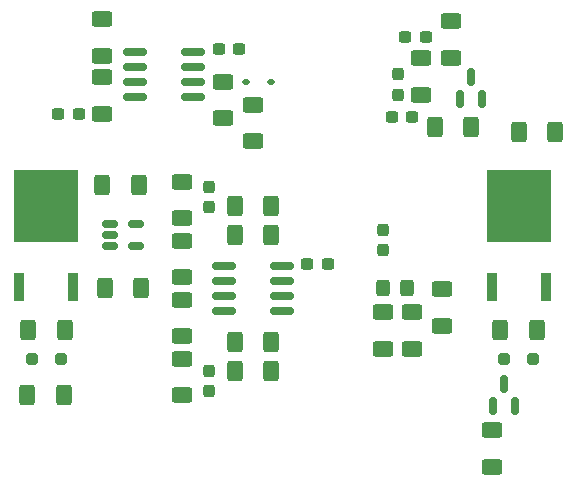
<source format=gbr>
%TF.GenerationSoftware,KiCad,Pcbnew,9.0.6+1*%
%TF.CreationDate,Date%
%TF.ProjectId,Input-Protection,496e7075-742d-4507-926f-74656374696f,+ (Unreleased)*%
%TF.SameCoordinates,Original*%
%TF.FileFunction,Paste,Top*%
%TF.FilePolarity,Positive*%
%FSLAX46Y46*%
G04 Gerber Fmt 4.6, Leading zero omitted, Abs format (unit mm)*
G04 Created by KiCad*
%MOMM*%
%LPD*%
G01*
G04 APERTURE LIST*
G04 Aperture macros list*
%AMRoundRect*
0 Rectangle with rounded corners*
0 $1 Rounding radius*
0 $2 $3 $4 $5 $6 $7 $8 $9 X,Y pos of 4 corners*
0 Add a 4 corners polygon primitive as box body*
4,1,4,$2,$3,$4,$5,$6,$7,$8,$9,$2,$3,0*
0 Add four circle primitives for the rounded corners*
1,1,$1+$1,$2,$3*
1,1,$1+$1,$4,$5*
1,1,$1+$1,$6,$7*
1,1,$1+$1,$8,$9*
0 Add four rect primitives between the rounded corners*
20,1,$1+$1,$2,$3,$4,$5,0*
20,1,$1+$1,$4,$5,$6,$7,0*
20,1,$1+$1,$6,$7,$8,$9,0*
20,1,$1+$1,$8,$9,$2,$3,0*%
G04 Aperture macros list end*
%ADD10RoundRect,0.112500X0.187500X0.112500X-0.187500X0.112500X-0.187500X-0.112500X0.187500X-0.112500X0*%
%ADD11RoundRect,0.250000X0.400000X0.625000X-0.400000X0.625000X-0.400000X-0.625000X0.400000X-0.625000X0*%
%ADD12RoundRect,0.237500X-0.300000X-0.237500X0.300000X-0.237500X0.300000X0.237500X-0.300000X0.237500X0*%
%ADD13R,0.914400X2.413000*%
%ADD14R,5.511800X6.070600*%
%ADD15RoundRect,0.250000X-0.625000X0.400000X-0.625000X-0.400000X0.625000X-0.400000X0.625000X0.400000X0*%
%ADD16RoundRect,0.150000X-0.825000X-0.150000X0.825000X-0.150000X0.825000X0.150000X-0.825000X0.150000X0*%
%ADD17RoundRect,0.250000X0.625000X-0.400000X0.625000X0.400000X-0.625000X0.400000X-0.625000X-0.400000X0*%
%ADD18RoundRect,0.237500X0.237500X-0.300000X0.237500X0.300000X-0.237500X0.300000X-0.237500X-0.300000X0*%
%ADD19RoundRect,0.250000X0.250000X0.250000X-0.250000X0.250000X-0.250000X-0.250000X0.250000X-0.250000X0*%
%ADD20RoundRect,0.250000X-0.400000X-0.625000X0.400000X-0.625000X0.400000X0.625000X-0.400000X0.625000X0*%
%ADD21RoundRect,0.237500X0.300000X0.237500X-0.300000X0.237500X-0.300000X-0.237500X0.300000X-0.237500X0*%
%ADD22RoundRect,0.250000X-0.325000X-0.450000X0.325000X-0.450000X0.325000X0.450000X-0.325000X0.450000X0*%
%ADD23RoundRect,0.150000X0.150000X-0.587500X0.150000X0.587500X-0.150000X0.587500X-0.150000X-0.587500X0*%
%ADD24RoundRect,0.150000X-0.512500X-0.150000X0.512500X-0.150000X0.512500X0.150000X-0.512500X0.150000X0*%
G04 APERTURE END LIST*
D10*
%TO.C,D501*%
X156615645Y-61150000D03*
X154515645Y-61150000D03*
%TD*%
D11*
%TO.C,R503*%
X156615646Y-85650000D03*
X153515644Y-85650000D03*
%TD*%
D12*
%TO.C,C501*%
X159665645Y-76550000D03*
X161390645Y-76550000D03*
%TD*%
D13*
%TO.C,Q602*%
X175279645Y-78508000D03*
D14*
X177565645Y-71650000D03*
D13*
X179851645Y-78508000D03*
%TD*%
D15*
%TO.C,R402*%
X171815646Y-56049998D03*
X171815646Y-59150000D03*
%TD*%
%TO.C,R506*%
X155065645Y-63099999D03*
X155065645Y-66200001D03*
%TD*%
%TO.C,R305*%
X149065645Y-69599999D03*
X149065645Y-72700001D03*
%TD*%
D16*
%TO.C,U501*%
X152590645Y-76745000D03*
X152590645Y-78015000D03*
X152590645Y-79285000D03*
X152590645Y-80555000D03*
X157540645Y-80555000D03*
X157540645Y-79285000D03*
X157540645Y-78015000D03*
X157540645Y-76745000D03*
%TD*%
D17*
%TO.C,R601*%
X166065645Y-83750002D03*
X166065645Y-80650000D03*
%TD*%
D11*
%TO.C,R511*%
X145415647Y-69900000D03*
X142315645Y-69900000D03*
%TD*%
D15*
%TO.C,R508*%
X152565645Y-61150000D03*
X152565645Y-64250002D03*
%TD*%
D18*
%TO.C,C506*%
X166065645Y-75400000D03*
X166065645Y-73674998D03*
%TD*%
D19*
%TO.C,D201*%
X138815644Y-84650000D03*
X136315646Y-84650000D03*
%TD*%
D12*
%TO.C,C502*%
X152165645Y-58400000D03*
X153890647Y-58400000D03*
%TD*%
D20*
%TO.C,R604*%
X177565645Y-65400000D03*
X180665647Y-65400000D03*
%TD*%
D18*
%TO.C,C402*%
X167315646Y-62262501D03*
X167315646Y-60537499D03*
%TD*%
D13*
%TO.C,Q201*%
X135279645Y-78508000D03*
D14*
X137565645Y-71650000D03*
D13*
X139851645Y-78508000D03*
%TD*%
D21*
%TO.C,C504*%
X140315645Y-63900000D03*
X138590643Y-63900000D03*
%TD*%
D20*
%TO.C,R603*%
X176015645Y-82150000D03*
X179115645Y-82150000D03*
%TD*%
D17*
%TO.C,R302*%
X149065645Y-82700001D03*
X149065645Y-79599999D03*
%TD*%
D20*
%TO.C,R505*%
X153515644Y-74150000D03*
X156615646Y-74150000D03*
%TD*%
D17*
%TO.C,R504*%
X142315645Y-58950001D03*
X142315645Y-55849999D03*
%TD*%
D21*
%TO.C,C401*%
X169678147Y-57400000D03*
X167953145Y-57400000D03*
%TD*%
D15*
%TO.C,R304*%
X149065645Y-74599999D03*
X149065645Y-77700001D03*
%TD*%
D11*
%TO.C,R301*%
X145615646Y-78650000D03*
X142515644Y-78650000D03*
%TD*%
D19*
%TO.C,D601*%
X178815644Y-84650000D03*
X176315646Y-84650000D03*
%TD*%
D20*
%TO.C,R202*%
X136015645Y-82150000D03*
X139115645Y-82150000D03*
%TD*%
D11*
%TO.C,R507*%
X156615646Y-71650000D03*
X153515644Y-71650000D03*
%TD*%
D21*
%TO.C,C403*%
X168540649Y-64150000D03*
X166815647Y-64150000D03*
%TD*%
D22*
%TO.C,D502*%
X166040646Y-78650000D03*
X168090644Y-78650000D03*
%TD*%
D20*
%TO.C,R403*%
X170465645Y-64962500D03*
X173565647Y-64962500D03*
%TD*%
D11*
%TO.C,R501*%
X156615646Y-83150000D03*
X153515644Y-83150000D03*
%TD*%
D23*
%TO.C,Q601*%
X175365645Y-88587500D03*
X177265645Y-88587500D03*
X176315645Y-86712499D03*
%TD*%
D15*
%TO.C,R509*%
X168565645Y-80650000D03*
X168565645Y-83750002D03*
%TD*%
D16*
%TO.C,U502*%
X145065645Y-58610000D03*
X145065645Y-59880000D03*
X145065645Y-61150000D03*
X145065645Y-62420000D03*
X150015645Y-62420000D03*
X150015645Y-61150000D03*
X150015645Y-59880000D03*
X150015645Y-58610000D03*
%TD*%
D23*
%TO.C,U401*%
X172565646Y-62650000D03*
X174465646Y-62650000D03*
X173515646Y-60774999D03*
%TD*%
D24*
%TO.C,U503*%
X142928145Y-73200000D03*
X142928145Y-74150000D03*
X142928145Y-75100000D03*
X145203145Y-75100000D03*
X145203145Y-73200000D03*
%TD*%
D18*
%TO.C,C503*%
X151315645Y-87375002D03*
X151315645Y-85650000D03*
%TD*%
D15*
%TO.C,R510*%
X171065645Y-78700001D03*
X171065645Y-81800003D03*
%TD*%
D20*
%TO.C,R201*%
X135965643Y-87650000D03*
X139065645Y-87650000D03*
%TD*%
D15*
%TO.C,R602*%
X175315645Y-90650000D03*
X175315645Y-93750002D03*
%TD*%
D18*
%TO.C,C505*%
X151315645Y-71762501D03*
X151315645Y-70037499D03*
%TD*%
D15*
%TO.C,R401*%
X169315645Y-59150000D03*
X169315645Y-62250002D03*
%TD*%
D17*
%TO.C,R502*%
X142315645Y-63850002D03*
X142315645Y-60750000D03*
%TD*%
%TO.C,R303*%
X149065645Y-87700001D03*
X149065645Y-84599999D03*
%TD*%
M02*

</source>
